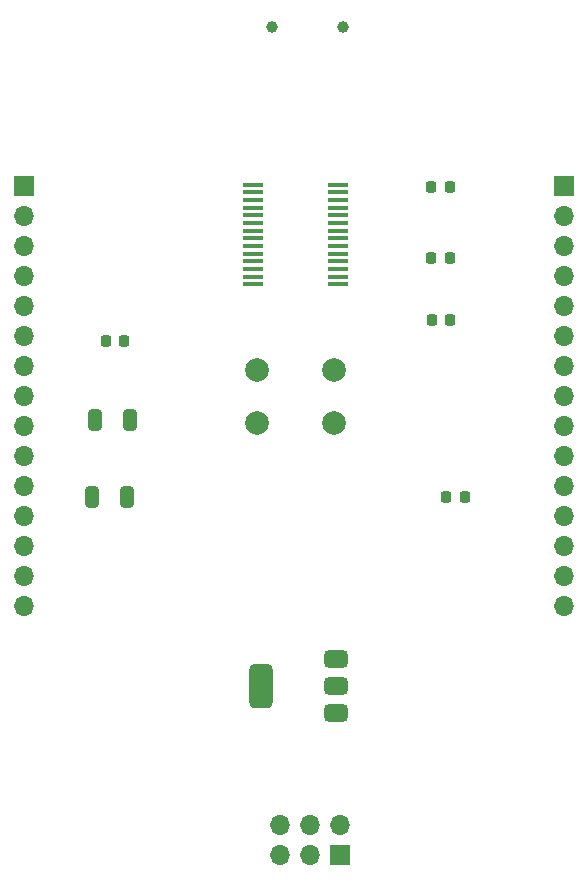
<source format=gbr>
%TF.GenerationSoftware,KiCad,Pcbnew,9.0.0*%
%TF.CreationDate,2025-04-07T20:23:24+05:30*%
%TF.ProjectId,arduino nano clone,61726475-696e-46f2-906e-616e6f20636c,rev?*%
%TF.SameCoordinates,Original*%
%TF.FileFunction,Soldermask,Top*%
%TF.FilePolarity,Negative*%
%FSLAX46Y46*%
G04 Gerber Fmt 4.6, Leading zero omitted, Abs format (unit mm)*
G04 Created by KiCad (PCBNEW 9.0.0) date 2025-04-07 20:23:24*
%MOMM*%
%LPD*%
G01*
G04 APERTURE LIST*
G04 Aperture macros list*
%AMRoundRect*
0 Rectangle with rounded corners*
0 $1 Rounding radius*
0 $2 $3 $4 $5 $6 $7 $8 $9 X,Y pos of 4 corners*
0 Add a 4 corners polygon primitive as box body*
4,1,4,$2,$3,$4,$5,$6,$7,$8,$9,$2,$3,0*
0 Add four circle primitives for the rounded corners*
1,1,$1+$1,$2,$3*
1,1,$1+$1,$4,$5*
1,1,$1+$1,$6,$7*
1,1,$1+$1,$8,$9*
0 Add four rect primitives between the rounded corners*
20,1,$1+$1,$2,$3,$4,$5,0*
20,1,$1+$1,$4,$5,$6,$7,0*
20,1,$1+$1,$6,$7,$8,$9,0*
20,1,$1+$1,$8,$9,$2,$3,0*%
G04 Aperture macros list end*
%ADD10R,1.700000X1.700000*%
%ADD11O,1.700000X1.700000*%
%ADD12RoundRect,0.225000X-0.225000X-0.250000X0.225000X-0.250000X0.225000X0.250000X-0.225000X0.250000X0*%
%ADD13RoundRect,0.375000X0.625000X0.375000X-0.625000X0.375000X-0.625000X-0.375000X0.625000X-0.375000X0*%
%ADD14RoundRect,0.500000X0.500000X1.400000X-0.500000X1.400000X-0.500000X-1.400000X0.500000X-1.400000X0*%
%ADD15RoundRect,0.250000X-0.325000X-0.650000X0.325000X-0.650000X0.325000X0.650000X-0.325000X0.650000X0*%
%ADD16R,1.750000X0.450000*%
%ADD17C,1.000000*%
%ADD18C,2.000000*%
G04 APERTURE END LIST*
D10*
%TO.C,J3*%
X176377380Y-73380000D03*
D11*
X176377380Y-75920000D03*
X176377380Y-78460000D03*
X176377380Y-81000000D03*
X176377380Y-83540000D03*
X176377380Y-86080000D03*
X176377380Y-88620000D03*
X176377380Y-91160000D03*
X176377380Y-93700000D03*
X176377380Y-96240000D03*
X176377380Y-98780000D03*
X176377380Y-101320000D03*
X176377380Y-103860000D03*
X176377380Y-106400000D03*
X176377380Y-108940000D03*
%TD*%
D12*
%TO.C,C7*%
X137577380Y-86500000D03*
X139127380Y-86500000D03*
%TD*%
D13*
%TO.C,U6*%
X157027380Y-118050000D03*
X157027380Y-115750000D03*
D14*
X150727380Y-115750000D03*
D13*
X157027380Y-113450000D03*
%TD*%
D15*
%TO.C,C2*%
X136627380Y-93250000D03*
X139577380Y-93250000D03*
%TD*%
D12*
%TO.C,C3*%
X166377380Y-99750000D03*
X167927380Y-99750000D03*
%TD*%
%TO.C,C5*%
X165127380Y-84750000D03*
X166677380Y-84750000D03*
%TD*%
D15*
%TO.C,C6*%
X136402380Y-99750000D03*
X139352380Y-99750000D03*
%TD*%
D12*
%TO.C,0.1mF1*%
X165102380Y-79500000D03*
X166652380Y-79500000D03*
%TD*%
%TO.C,C4*%
X165102380Y-73500000D03*
X166652380Y-73500000D03*
%TD*%
D16*
%TO.C,U3*%
X150027380Y-73275000D03*
X150027380Y-73925000D03*
X150027380Y-74575000D03*
X150027380Y-75225000D03*
X150027380Y-75875000D03*
X150027380Y-76525000D03*
X150027380Y-77175000D03*
X150027380Y-77825000D03*
X150027380Y-78475000D03*
X150027380Y-79125000D03*
X150027380Y-79775000D03*
X150027380Y-80425000D03*
X150027380Y-81075000D03*
X150027380Y-81725000D03*
X157227380Y-81725000D03*
X157227380Y-81075000D03*
X157227380Y-80425000D03*
X157227380Y-79775000D03*
X157227380Y-79125000D03*
X157227380Y-78475000D03*
X157227380Y-77825000D03*
X157227380Y-77175000D03*
X157227380Y-76525000D03*
X157227380Y-75875000D03*
X157227380Y-75225000D03*
X157227380Y-74575000D03*
X157227380Y-73925000D03*
X157227380Y-73275000D03*
%TD*%
D10*
%TO.C,J4*%
X130627380Y-73420000D03*
D11*
X130627380Y-75960000D03*
X130627380Y-78500000D03*
X130627380Y-81040000D03*
X130627380Y-83580000D03*
X130627380Y-86120000D03*
X130627380Y-88660000D03*
X130627380Y-91200000D03*
X130627380Y-93740000D03*
X130627380Y-96280000D03*
X130627380Y-98820000D03*
X130627380Y-101360000D03*
X130627380Y-103900000D03*
X130627380Y-106440000D03*
X130627380Y-108980000D03*
%TD*%
D17*
%TO.C,J1*%
X151627380Y-59900000D03*
X157627380Y-59900000D03*
%TD*%
D10*
%TO.C,J2*%
X157402380Y-130025000D03*
D11*
X157402380Y-127485000D03*
X154862380Y-130025000D03*
X154862380Y-127485000D03*
X152322380Y-130025000D03*
X152322380Y-127485000D03*
%TD*%
D18*
%TO.C,SW1*%
X156877380Y-89000000D03*
X150377380Y-89000000D03*
X156877380Y-93500000D03*
X150377380Y-93500000D03*
%TD*%
M02*

</source>
